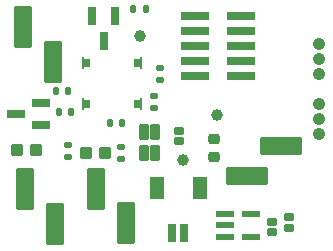
<source format=gts>
G04 #@! TF.GenerationSoftware,KiCad,Pcbnew,8.0.4+dfsg-1*
G04 #@! TF.CreationDate,2025-01-09T13:18:19-05:00*
G04 #@! TF.ProjectId,tag,7461672e-6b69-4636-9164-5f7063625858,1*
G04 #@! TF.SameCoordinates,Original*
G04 #@! TF.FileFunction,Soldermask,Top*
G04 #@! TF.FilePolarity,Negative*
%FSLAX46Y46*%
G04 Gerber Fmt 4.6, Leading zero omitted, Abs format (unit mm)*
G04 Created by KiCad (PCBNEW 8.0.4+dfsg-1) date 2025-01-09 13:18:19*
%MOMM*%
%LPD*%
G01*
G04 APERTURE LIST*
G04 Aperture macros list*
%AMRoundRect*
0 Rectangle with rounded corners*
0 $1 Rounding radius*
0 $2 $3 $4 $5 $6 $7 $8 $9 X,Y pos of 4 corners*
0 Add a 4 corners polygon primitive as box body*
4,1,4,$2,$3,$4,$5,$6,$7,$8,$9,$2,$3,0*
0 Add four circle primitives for the rounded corners*
1,1,$1+$1,$2,$3*
1,1,$1+$1,$4,$5*
1,1,$1+$1,$6,$7*
1,1,$1+$1,$8,$9*
0 Add four rect primitives between the rounded corners*
20,1,$1+$1,$2,$3,$4,$5,0*
20,1,$1+$1,$4,$5,$6,$7,0*
20,1,$1+$1,$6,$7,$8,$9,0*
20,1,$1+$1,$8,$9,$2,$3,0*%
G04 Aperture macros list end*
%ADD10C,1.000000*%
%ADD11RoundRect,0.102000X-0.300000X0.270000X-0.300000X-0.270000X0.300000X-0.270000X0.300000X0.270000X0*%
%ADD12RoundRect,0.135000X0.135000X0.185000X-0.135000X0.185000X-0.135000X-0.185000X0.135000X-0.185000X0*%
%ADD13R,0.660400X1.549400*%
%ADD14R,1.295400X1.905000*%
%ADD15RoundRect,0.135000X-0.135000X-0.185000X0.135000X-0.185000X0.135000X0.185000X-0.135000X0.185000X0*%
%ADD16R,2.400000X0.740000*%
%ADD17RoundRect,0.102000X0.635000X1.715000X-0.635000X1.715000X-0.635000X-1.715000X0.635000X-1.715000X0*%
%ADD18C,1.064000*%
%ADD19RoundRect,0.070000X-0.300000X0.650000X-0.300000X-0.650000X0.300000X-0.650000X0.300000X0.650000X0*%
%ADD20RoundRect,0.102000X0.300000X-0.270000X0.300000X0.270000X-0.300000X0.270000X-0.300000X-0.270000X0*%
%ADD21RoundRect,0.102000X-1.715000X0.635000X-1.715000X-0.635000X1.715000X-0.635000X1.715000X0.635000X0*%
%ADD22RoundRect,0.102000X-0.300000X0.600000X-0.300000X-0.600000X0.300000X-0.600000X0.300000X0.600000X0*%
%ADD23RoundRect,0.102000X0.400000X0.400000X-0.400000X0.400000X-0.400000X-0.400000X0.400000X-0.400000X0*%
%ADD24RoundRect,0.135000X0.185000X-0.135000X0.185000X0.135000X-0.185000X0.135000X-0.185000X-0.135000X0*%
%ADD25RoundRect,0.135000X-0.185000X0.135000X-0.185000X-0.135000X0.185000X-0.135000X0.185000X0.135000X0*%
%ADD26R,0.200000X1.100000*%
%ADD27R,0.500000X0.700000*%
%ADD28RoundRect,0.102000X-0.635000X-1.715000X0.635000X-1.715000X0.635000X1.715000X-0.635000X1.715000X0*%
%ADD29RoundRect,0.225000X-0.250000X0.225000X-0.250000X-0.225000X0.250000X-0.225000X0.250000X0.225000X0*%
%ADD30RoundRect,0.070000X0.650000X0.300000X-0.650000X0.300000X-0.650000X-0.300000X0.650000X-0.300000X0*%
%ADD31R,1.574800X0.558800*%
G04 APERTURE END LIST*
D10*
X75210000Y-36020000D03*
D11*
X72060000Y-37378000D03*
X72060000Y-38242000D03*
D12*
X62630000Y-34000000D03*
X61610000Y-34000000D03*
D13*
X72460000Y-46045001D03*
X71460002Y-46045001D03*
D14*
X70160002Y-42170000D03*
X73760000Y-42170000D03*
D15*
X61860000Y-35780000D03*
X62880000Y-35780000D03*
D16*
X77280000Y-32740000D03*
X73380000Y-32740000D03*
X77280000Y-31470000D03*
X73380000Y-31470000D03*
X77280000Y-30200000D03*
X73380000Y-30200000D03*
X77280000Y-28930000D03*
X73380000Y-28930000D03*
X77280000Y-27660000D03*
X73380000Y-27660000D03*
D17*
X64960000Y-42270000D03*
X67500000Y-45190000D03*
D18*
X83840000Y-37670000D03*
X83840000Y-36400000D03*
X83840000Y-35130000D03*
X83840000Y-32590000D03*
X83840000Y-31320000D03*
X83840000Y-30050000D03*
D19*
X66600000Y-27660000D03*
X64700000Y-27660000D03*
X65650000Y-29760000D03*
D20*
X81310000Y-45552000D03*
X81310000Y-44688000D03*
D21*
X77750000Y-41210000D03*
X80670000Y-38670000D03*
D22*
X69995000Y-39260000D03*
X69995000Y-37460000D03*
X69045000Y-37460000D03*
X69045000Y-39260000D03*
D23*
X65780000Y-39260000D03*
X64180000Y-39260000D03*
D15*
X68170000Y-27080000D03*
X69190000Y-27080000D03*
D24*
X62650000Y-39600000D03*
X62650000Y-38580000D03*
D25*
X70380000Y-32040000D03*
X70380000Y-33060000D03*
D23*
X59920000Y-39000000D03*
X58320000Y-39000000D03*
D26*
X63890000Y-31630000D03*
D27*
X64240000Y-31630000D03*
X68490000Y-31630000D03*
D26*
X68840000Y-31630000D03*
X63890000Y-35130000D03*
D27*
X64240000Y-35130000D03*
X68490000Y-35130000D03*
D26*
X68840000Y-35130000D03*
D10*
X68680000Y-29310000D03*
X72380000Y-39820000D03*
D12*
X67200000Y-36710000D03*
X66180000Y-36710000D03*
D24*
X69920000Y-35430000D03*
X69920000Y-34410000D03*
D17*
X58840000Y-28610000D03*
X61380000Y-31530000D03*
D28*
X61530000Y-45210000D03*
X58990000Y-42290000D03*
D29*
X74950000Y-38045000D03*
X74950000Y-39595000D03*
D30*
X60360000Y-36900000D03*
X60360000Y-35000000D03*
X58260000Y-35950000D03*
D24*
X67150000Y-39710000D03*
X67150000Y-38690000D03*
D31*
X75915600Y-44410000D03*
X75915600Y-45360001D03*
X75915600Y-46310002D03*
X78100000Y-46310002D03*
X78100000Y-44410000D03*
D20*
X79900000Y-45940000D03*
X79900000Y-45076000D03*
M02*

</source>
